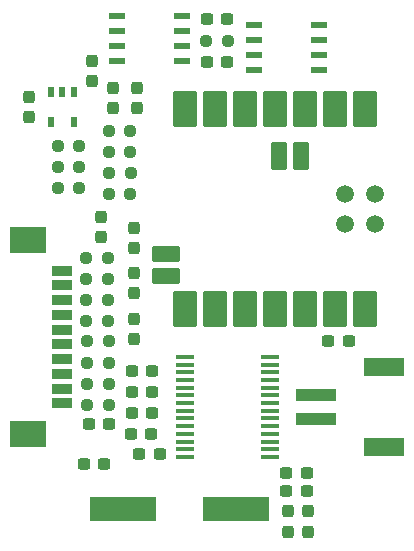
<source format=gbr>
%TF.GenerationSoftware,KiCad,Pcbnew,8.0.8*%
%TF.CreationDate,2025-04-15T16:19:57+05:30*%
%TF.ProjectId,STHDAQ_BX,53544844-4151-45f4-9258-2e6b69636164,rev?*%
%TF.SameCoordinates,Original*%
%TF.FileFunction,Paste,Top*%
%TF.FilePolarity,Positive*%
%FSLAX46Y46*%
G04 Gerber Fmt 4.6, Leading zero omitted, Abs format (unit mm)*
G04 Created by KiCad (PCBNEW 8.0.8) date 2025-04-15 16:19:57*
%MOMM*%
%LPD*%
G01*
G04 APERTURE LIST*
G04 Aperture macros list*
%AMRoundRect*
0 Rectangle with rounded corners*
0 $1 Rounding radius*
0 $2 $3 $4 $5 $6 $7 $8 $9 X,Y pos of 4 corners*
0 Add a 4 corners polygon primitive as box body*
4,1,4,$2,$3,$4,$5,$6,$7,$8,$9,$2,$3,0*
0 Add four circle primitives for the rounded corners*
1,1,$1+$1,$2,$3*
1,1,$1+$1,$4,$5*
1,1,$1+$1,$6,$7*
1,1,$1+$1,$8,$9*
0 Add four rect primitives between the rounded corners*
20,1,$1+$1,$2,$3,$4,$5,0*
20,1,$1+$1,$4,$5,$6,$7,0*
20,1,$1+$1,$6,$7,$8,$9,0*
20,1,$1+$1,$8,$9,$2,$3,0*%
G04 Aperture macros list end*
%ADD10R,0.508000X0.946899*%
%ADD11RoundRect,0.237500X0.237500X-0.300000X0.237500X0.300000X-0.237500X0.300000X-0.237500X-0.300000X0*%
%ADD12RoundRect,0.237500X-0.250000X-0.237500X0.250000X-0.237500X0.250000X0.237500X-0.250000X0.237500X0*%
%ADD13RoundRect,0.237500X0.250000X0.237500X-0.250000X0.237500X-0.250000X-0.237500X0.250000X-0.237500X0*%
%ADD14RoundRect,0.237500X-0.300000X-0.237500X0.300000X-0.237500X0.300000X0.237500X-0.300000X0.237500X0*%
%ADD15RoundRect,0.237500X-0.237500X0.300000X-0.237500X-0.300000X0.237500X-0.300000X0.237500X0.300000X0*%
%ADD16R,5.600000X2.100000*%
%ADD17RoundRect,0.237500X0.300000X0.237500X-0.300000X0.237500X-0.300000X-0.237500X0.300000X-0.237500X0*%
%ADD18R,3.500000X1.000000*%
%ADD19R,3.400000X1.500000*%
%ADD20R,1.454899X0.558000*%
%ADD21R,1.701800X0.812800*%
%ADD22R,3.098800X2.209800*%
%ADD23RoundRect,0.030000X-0.970000X1.470000X-0.970000X-1.470000X0.970000X-1.470000X0.970000X1.470000X0*%
%ADD24RoundRect,0.026000X-0.624000X1.124000X-0.624000X-1.124000X0.624000X-1.124000X0.624000X1.124000X0*%
%ADD25RoundRect,0.026000X-1.124000X0.624000X-1.124000X-0.624000X1.124000X-0.624000X1.124000X0.624000X0*%
%ADD26C,1.500000*%
%ADD27R,1.639799X0.431000*%
G04 APERTURE END LIST*
D10*
%TO.C,U2*%
X176464001Y-89150449D03*
X175514000Y-89150449D03*
X174563999Y-89150449D03*
X174563999Y-91697551D03*
X176464001Y-91697551D03*
%TD*%
D11*
%TO.C,C15*%
X181610000Y-102362000D03*
X181610000Y-100637000D03*
%TD*%
D12*
%TO.C,R13*%
X179427500Y-92456000D03*
X181252500Y-92456000D03*
%TD*%
%TO.C,R8*%
X177631000Y-112104000D03*
X179456000Y-112104000D03*
%TD*%
D13*
%TO.C,R1*%
X189534000Y-84836000D03*
X187709000Y-84836000D03*
%TD*%
D14*
%TO.C,C9*%
X198019500Y-110236000D03*
X199744500Y-110236000D03*
%TD*%
D15*
%TO.C,C1*%
X172702000Y-89547500D03*
X172702000Y-91272500D03*
%TD*%
D16*
%TO.C,Y1*%
X190170000Y-124460000D03*
X180670000Y-124460000D03*
%TD*%
D11*
%TO.C,C7*%
X178054000Y-88238500D03*
X178054000Y-86513500D03*
%TD*%
D17*
%TO.C,C8*%
X183742500Y-119787500D03*
X182017500Y-119787500D03*
%TD*%
D13*
%TO.C,R16*%
X176934500Y-93726000D03*
X175109500Y-93726000D03*
%TD*%
D18*
%TO.C,P1*%
X197023000Y-116824000D03*
X197023000Y-114824000D03*
D19*
X202773000Y-119174000D03*
X202773000Y-112474000D03*
%TD*%
D11*
%TO.C,C3*%
X181864000Y-90524500D03*
X181864000Y-88799500D03*
%TD*%
D20*
%TO.C,U3*%
X185601348Y-86551500D03*
X185601348Y-85281500D03*
X185601348Y-84011500D03*
X185601348Y-82741500D03*
X180158652Y-82741500D03*
X180158652Y-84011500D03*
X180158652Y-85281500D03*
X180158652Y-86551500D03*
%TD*%
D21*
%TO.C,J1*%
X175514000Y-104280000D03*
X175514000Y-105530000D03*
X175514000Y-106780000D03*
X175514000Y-108030000D03*
X175514000Y-109280000D03*
X175514000Y-110530000D03*
X175514000Y-111780000D03*
X175514000Y-113030000D03*
X175514000Y-114280000D03*
X175514000Y-115530000D03*
D22*
X172614001Y-118080000D03*
X172614001Y-101730000D03*
%TD*%
D17*
%TO.C,C23*%
X179486000Y-117274000D03*
X177761000Y-117274000D03*
%TD*%
D14*
%TO.C,C21*%
X181323000Y-118110000D03*
X183048000Y-118110000D03*
%TD*%
D12*
%TO.C,R7*%
X177631000Y-110282000D03*
X179456000Y-110282000D03*
%TD*%
D13*
%TO.C,R14*%
X176934500Y-97282000D03*
X175109500Y-97282000D03*
%TD*%
D11*
%TO.C,C10*%
X194596000Y-126370500D03*
X194596000Y-124645500D03*
%TD*%
%TO.C,C17*%
X181610000Y-110082500D03*
X181610000Y-108357500D03*
%TD*%
%TO.C,C11*%
X196342000Y-126370500D03*
X196342000Y-124645500D03*
%TD*%
D12*
%TO.C,R9*%
X177631000Y-113882000D03*
X179456000Y-113882000D03*
%TD*%
D14*
%TO.C,C20*%
X181409000Y-116332000D03*
X183134000Y-116332000D03*
%TD*%
D23*
%TO.C,U5*%
X201168000Y-90560000D03*
X198628000Y-90560000D03*
X196088000Y-90560000D03*
X193548000Y-90560000D03*
X196088000Y-107560000D03*
X191008000Y-90560000D03*
X188468000Y-90560000D03*
X185928000Y-90560000D03*
X185928000Y-107560000D03*
X188468000Y-107560000D03*
X191008000Y-107560000D03*
X193548000Y-107560000D03*
D24*
X195748000Y-94560000D03*
X193848000Y-94560000D03*
D23*
X198628000Y-107560000D03*
D25*
X184298000Y-102860000D03*
X184298000Y-104760000D03*
D26*
X199398000Y-100330000D03*
X199398000Y-97790000D03*
X201938000Y-100330000D03*
X201938000Y-97790000D03*
D23*
X201168000Y-107560000D03*
%TD*%
D12*
%TO.C,R2*%
X179447500Y-97790000D03*
X181272500Y-97790000D03*
%TD*%
D13*
%TO.C,R15*%
X176934500Y-95504000D03*
X175109500Y-95504000D03*
%TD*%
D14*
%TO.C,C6*%
X177345000Y-120650000D03*
X179070000Y-120650000D03*
%TD*%
D12*
%TO.C,R3*%
X177549000Y-103214000D03*
X179374000Y-103214000D03*
%TD*%
D11*
%TO.C,C16*%
X181610000Y-106172000D03*
X181610000Y-104447000D03*
%TD*%
D17*
%TO.C,C13*%
X196188500Y-122936000D03*
X194463500Y-122936000D03*
%TD*%
D12*
%TO.C,R4*%
X177549000Y-104992000D03*
X179374000Y-104992000D03*
%TD*%
D14*
%TO.C,C18*%
X181409000Y-112776000D03*
X183134000Y-112776000D03*
%TD*%
D12*
%TO.C,R6*%
X177549000Y-108548000D03*
X179374000Y-108548000D03*
%TD*%
%TO.C,R11*%
X179467500Y-96012000D03*
X181292500Y-96012000D03*
%TD*%
%TO.C,R5*%
X177549000Y-106770000D03*
X179374000Y-106770000D03*
%TD*%
D11*
%TO.C,C14*%
X178816000Y-101446500D03*
X178816000Y-99721500D03*
%TD*%
D20*
%TO.C,U4*%
X197212696Y-87336000D03*
X197212696Y-86066000D03*
X197212696Y-84796000D03*
X197212696Y-83526000D03*
X191770000Y-83526000D03*
X191770000Y-84796000D03*
X191770000Y-86066000D03*
X191770000Y-87336000D03*
%TD*%
D17*
%TO.C,C5*%
X189484000Y-86614000D03*
X187759000Y-86614000D03*
%TD*%
%TO.C,C12*%
X196188500Y-121412000D03*
X194463500Y-121412000D03*
%TD*%
D12*
%TO.C,R12*%
X179427500Y-94234000D03*
X181252500Y-94234000D03*
%TD*%
D27*
%TO.C,U1*%
X185851800Y-111599000D03*
X185851800Y-112249001D03*
X185851800Y-112899000D03*
X185851800Y-113549001D03*
X185851800Y-114198999D03*
X185851800Y-114849001D03*
X185851800Y-115498999D03*
X185851800Y-116148998D03*
X185851800Y-116798999D03*
X185851800Y-117448998D03*
X185851800Y-118098999D03*
X185851800Y-118748998D03*
X185851800Y-119398999D03*
X185851800Y-120048998D03*
X193116200Y-120049000D03*
X193116200Y-119398999D03*
X193116200Y-118749000D03*
X193116200Y-118098999D03*
X193116200Y-117449001D03*
X193116200Y-116798999D03*
X193116200Y-116149001D03*
X193116200Y-115498999D03*
X193116200Y-114849001D03*
X193116200Y-114198999D03*
X193116200Y-113549001D03*
X193116200Y-112899000D03*
X193116200Y-112249001D03*
X193116200Y-111599000D03*
%TD*%
D15*
%TO.C,C2*%
X179814000Y-88785500D03*
X179814000Y-90510500D03*
%TD*%
D12*
%TO.C,R10*%
X177631000Y-115660000D03*
X179456000Y-115660000D03*
%TD*%
D14*
%TO.C,C4*%
X187759000Y-82998000D03*
X189484000Y-82998000D03*
%TD*%
%TO.C,C19*%
X181409000Y-114554000D03*
X183134000Y-114554000D03*
%TD*%
M02*

</source>
